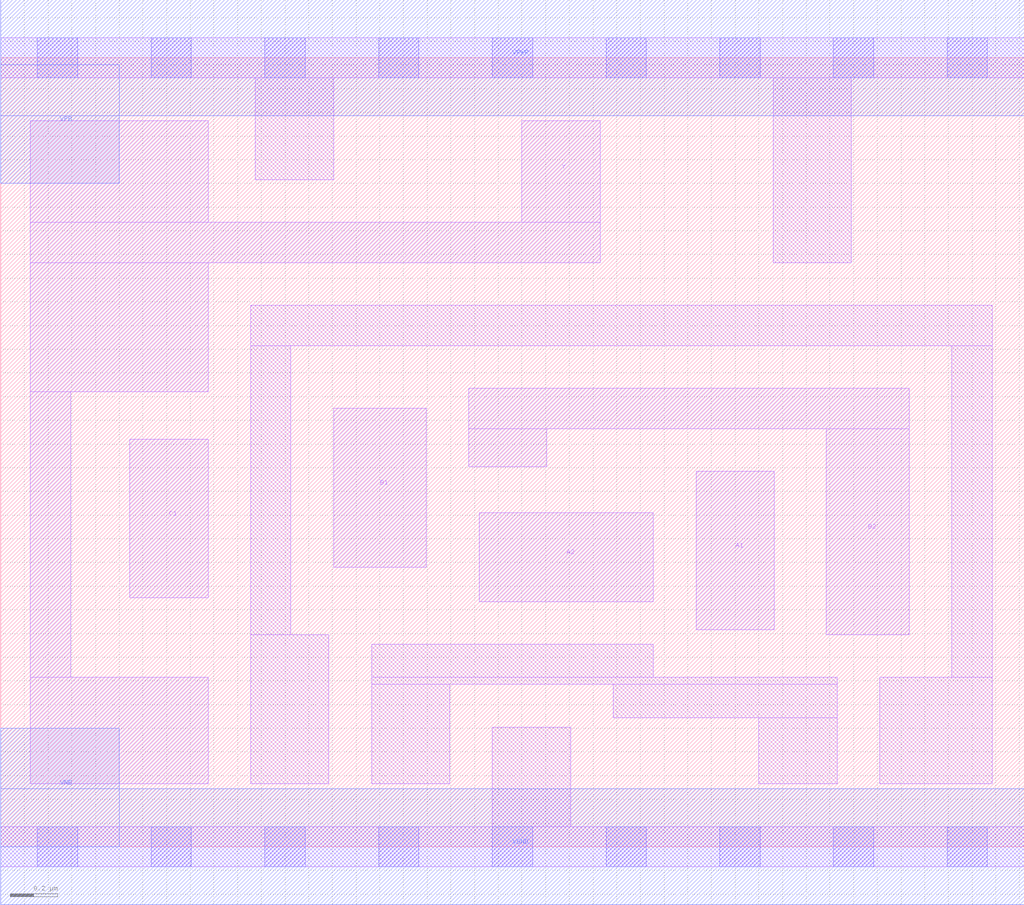
<source format=lef>
# Copyright 2020 The SkyWater PDK Authors
#
# Licensed under the Apache License, Version 2.0 (the "License");
# you may not use this file except in compliance with the License.
# You may obtain a copy of the License at
#
#     https://www.apache.org/licenses/LICENSE-2.0
#
# Unless required by applicable law or agreed to in writing, software
# distributed under the License is distributed on an "AS IS" BASIS,
# WITHOUT WARRANTIES OR CONDITIONS OF ANY KIND, either express or implied.
# See the License for the specific language governing permissions and
# limitations under the License.
#
# SPDX-License-Identifier: Apache-2.0

VERSION 5.5 ;
NAMESCASESENSITIVE ON ;
BUSBITCHARS "[]" ;
DIVIDERCHAR "/" ;
MACRO sky130_fd_sc_lp__o221ai_lp
  CLASS CORE ;
  SOURCE USER ;
  ORIGIN  0.000000  0.000000 ;
  SIZE  4.320000 BY  3.330000 ;
  SYMMETRY X Y R90 ;
  SITE unit ;
  PIN A1
    ANTENNAGATEAREA  0.313000 ;
    DIRECTION INPUT ;
    USE SIGNAL ;
    PORT
      LAYER li1 ;
        RECT 2.935000 0.915000 3.265000 1.585000 ;
    END
  END A1
  PIN A2
    ANTENNAGATEAREA  0.313000 ;
    DIRECTION INPUT ;
    USE SIGNAL ;
    PORT
      LAYER li1 ;
        RECT 2.020000 1.035000 2.755000 1.410000 ;
    END
  END A2
  PIN B1
    ANTENNAGATEAREA  0.313000 ;
    DIRECTION INPUT ;
    USE SIGNAL ;
    PORT
      LAYER li1 ;
        RECT 1.405000 1.180000 1.795000 1.850000 ;
    END
  END B1
  PIN B2
    ANTENNAGATEAREA  0.313000 ;
    DIRECTION INPUT ;
    USE SIGNAL ;
    PORT
      LAYER li1 ;
        RECT 1.975000 1.605000 2.305000 1.765000 ;
        RECT 1.975000 1.765000 3.835000 1.935000 ;
        RECT 3.485000 0.895000 3.835000 1.765000 ;
    END
  END B2
  PIN C1
    ANTENNAGATEAREA  0.313000 ;
    DIRECTION INPUT ;
    USE SIGNAL ;
    PORT
      LAYER li1 ;
        RECT 0.545000 1.050000 0.875000 1.720000 ;
    END
  END C1
  PIN Y
    ANTENNADIFFAREA  0.724700 ;
    DIRECTION OUTPUT ;
    USE SIGNAL ;
    PORT
      LAYER li1 ;
        RECT 0.125000 0.265000 0.875000 0.715000 ;
        RECT 0.125000 0.715000 0.295000 1.920000 ;
        RECT 0.125000 1.920000 0.875000 2.465000 ;
        RECT 0.125000 2.465000 2.530000 2.635000 ;
        RECT 0.125000 2.635000 0.875000 3.065000 ;
        RECT 2.200000 2.635000 2.530000 3.065000 ;
    END
  END Y
  PIN VGND
    DIRECTION INOUT ;
    USE GROUND ;
    PORT
      LAYER met1 ;
        RECT 0.000000 -0.245000 4.320000 0.245000 ;
    END
  END VGND
  PIN VNB
    DIRECTION INOUT ;
    USE GROUND ;
    PORT
      LAYER met1 ;
        RECT 0.000000 0.000000 0.500000 0.500000 ;
    END
  END VNB
  PIN VPB
    DIRECTION INOUT ;
    USE POWER ;
    PORT
      LAYER met1 ;
        RECT 0.000000 2.800000 0.500000 3.300000 ;
    END
  END VPB
  PIN VPWR
    DIRECTION INOUT ;
    USE POWER ;
    PORT
      LAYER met1 ;
        RECT 0.000000 3.085000 4.320000 3.575000 ;
    END
  END VPWR
  OBS
    LAYER li1 ;
      RECT 0.000000 -0.085000 4.320000 0.085000 ;
      RECT 0.000000  3.245000 4.320000 3.415000 ;
      RECT 1.055000  0.265000 1.385000 0.895000 ;
      RECT 1.055000  0.895000 1.225000 2.115000 ;
      RECT 1.055000  2.115000 4.185000 2.285000 ;
      RECT 1.075000  2.815000 1.405000 3.245000 ;
      RECT 1.565000  0.265000 1.895000 0.685000 ;
      RECT 1.565000  0.685000 3.530000 0.715000 ;
      RECT 1.565000  0.715000 2.755000 0.855000 ;
      RECT 2.075000  0.085000 2.405000 0.505000 ;
      RECT 2.585000  0.545000 3.530000 0.685000 ;
      RECT 3.200000  0.265000 3.530000 0.545000 ;
      RECT 3.260000  2.465000 3.590000 3.245000 ;
      RECT 3.710000  0.265000 4.185000 0.715000 ;
      RECT 4.015000  0.715000 4.185000 2.115000 ;
    LAYER mcon ;
      RECT 0.155000 -0.085000 0.325000 0.085000 ;
      RECT 0.155000  3.245000 0.325000 3.415000 ;
      RECT 0.635000 -0.085000 0.805000 0.085000 ;
      RECT 0.635000  3.245000 0.805000 3.415000 ;
      RECT 1.115000 -0.085000 1.285000 0.085000 ;
      RECT 1.115000  3.245000 1.285000 3.415000 ;
      RECT 1.595000 -0.085000 1.765000 0.085000 ;
      RECT 1.595000  3.245000 1.765000 3.415000 ;
      RECT 2.075000 -0.085000 2.245000 0.085000 ;
      RECT 2.075000  3.245000 2.245000 3.415000 ;
      RECT 2.555000 -0.085000 2.725000 0.085000 ;
      RECT 2.555000  3.245000 2.725000 3.415000 ;
      RECT 3.035000 -0.085000 3.205000 0.085000 ;
      RECT 3.035000  3.245000 3.205000 3.415000 ;
      RECT 3.515000 -0.085000 3.685000 0.085000 ;
      RECT 3.515000  3.245000 3.685000 3.415000 ;
      RECT 3.995000 -0.085000 4.165000 0.085000 ;
      RECT 3.995000  3.245000 4.165000 3.415000 ;
  END
END sky130_fd_sc_lp__o221ai_lp
END LIBRARY

</source>
